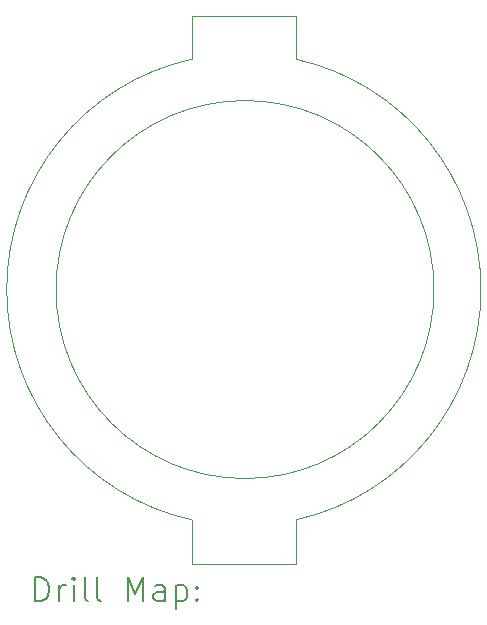
<source format=gbr>
%TF.GenerationSoftware,KiCad,Pcbnew,7.0.2-6a45011f42~172~ubuntu22.04.1*%
%TF.CreationDate,2023-04-30T12:54:00-06:00*%
%TF.ProjectId,ring-40mm,72696e67-2d34-4306-9d6d-2e6b69636164,rev?*%
%TF.SameCoordinates,Original*%
%TF.FileFunction,Drillmap*%
%TF.FilePolarity,Positive*%
%FSLAX45Y45*%
G04 Gerber Fmt 4.5, Leading zero omitted, Abs format (unit mm)*
G04 Created by KiCad (PCBNEW 7.0.2-6a45011f42~172~ubuntu22.04.1) date 2023-04-30 12:54:00*
%MOMM*%
%LPD*%
G01*
G04 APERTURE LIST*
%ADD10C,0.100000*%
%ADD11C,0.200000*%
G04 APERTURE END LIST*
D10*
X9550000Y-8050000D02*
G75*
G03*
X9550000Y-11950000I428903J-1950000D01*
G01*
X10430000Y-12320000D02*
X9550000Y-12320000D01*
X10430000Y-11950000D02*
X10430000Y-12320000D01*
X10430000Y-7680000D02*
X9550000Y-7680000D01*
X10430000Y-11950000D02*
G75*
G03*
X10430000Y-8050000I-428903J1950000D01*
G01*
X9550000Y-7680000D02*
X9550000Y-8050000D01*
X10430000Y-8050000D02*
X10430000Y-7680000D01*
X9550000Y-12320000D02*
X9550000Y-11950000D01*
X11600000Y-10000000D02*
G75*
G03*
X11600000Y-10000000I-1600000J0D01*
G01*
D11*
X8224910Y-12637524D02*
X8224910Y-12437524D01*
X8224910Y-12437524D02*
X8272529Y-12437524D01*
X8272529Y-12437524D02*
X8301101Y-12447048D01*
X8301101Y-12447048D02*
X8320148Y-12466095D01*
X8320148Y-12466095D02*
X8329672Y-12485143D01*
X8329672Y-12485143D02*
X8339196Y-12523238D01*
X8339196Y-12523238D02*
X8339196Y-12551809D01*
X8339196Y-12551809D02*
X8329672Y-12589905D01*
X8329672Y-12589905D02*
X8320148Y-12608952D01*
X8320148Y-12608952D02*
X8301101Y-12628000D01*
X8301101Y-12628000D02*
X8272529Y-12637524D01*
X8272529Y-12637524D02*
X8224910Y-12637524D01*
X8424910Y-12637524D02*
X8424910Y-12504190D01*
X8424910Y-12542286D02*
X8434434Y-12523238D01*
X8434434Y-12523238D02*
X8443958Y-12513714D01*
X8443958Y-12513714D02*
X8463006Y-12504190D01*
X8463006Y-12504190D02*
X8482053Y-12504190D01*
X8548720Y-12637524D02*
X8548720Y-12504190D01*
X8548720Y-12437524D02*
X8539196Y-12447048D01*
X8539196Y-12447048D02*
X8548720Y-12456571D01*
X8548720Y-12456571D02*
X8558244Y-12447048D01*
X8558244Y-12447048D02*
X8548720Y-12437524D01*
X8548720Y-12437524D02*
X8548720Y-12456571D01*
X8672529Y-12637524D02*
X8653482Y-12628000D01*
X8653482Y-12628000D02*
X8643958Y-12608952D01*
X8643958Y-12608952D02*
X8643958Y-12437524D01*
X8777291Y-12637524D02*
X8758244Y-12628000D01*
X8758244Y-12628000D02*
X8748720Y-12608952D01*
X8748720Y-12608952D02*
X8748720Y-12437524D01*
X9005863Y-12637524D02*
X9005863Y-12437524D01*
X9005863Y-12437524D02*
X9072530Y-12580381D01*
X9072530Y-12580381D02*
X9139196Y-12437524D01*
X9139196Y-12437524D02*
X9139196Y-12637524D01*
X9320149Y-12637524D02*
X9320149Y-12532762D01*
X9320149Y-12532762D02*
X9310625Y-12513714D01*
X9310625Y-12513714D02*
X9291577Y-12504190D01*
X9291577Y-12504190D02*
X9253482Y-12504190D01*
X9253482Y-12504190D02*
X9234434Y-12513714D01*
X9320149Y-12628000D02*
X9301101Y-12637524D01*
X9301101Y-12637524D02*
X9253482Y-12637524D01*
X9253482Y-12637524D02*
X9234434Y-12628000D01*
X9234434Y-12628000D02*
X9224910Y-12608952D01*
X9224910Y-12608952D02*
X9224910Y-12589905D01*
X9224910Y-12589905D02*
X9234434Y-12570857D01*
X9234434Y-12570857D02*
X9253482Y-12561333D01*
X9253482Y-12561333D02*
X9301101Y-12561333D01*
X9301101Y-12561333D02*
X9320149Y-12551809D01*
X9415387Y-12504190D02*
X9415387Y-12704190D01*
X9415387Y-12513714D02*
X9434434Y-12504190D01*
X9434434Y-12504190D02*
X9472530Y-12504190D01*
X9472530Y-12504190D02*
X9491577Y-12513714D01*
X9491577Y-12513714D02*
X9501101Y-12523238D01*
X9501101Y-12523238D02*
X9510625Y-12542286D01*
X9510625Y-12542286D02*
X9510625Y-12599428D01*
X9510625Y-12599428D02*
X9501101Y-12618476D01*
X9501101Y-12618476D02*
X9491577Y-12628000D01*
X9491577Y-12628000D02*
X9472530Y-12637524D01*
X9472530Y-12637524D02*
X9434434Y-12637524D01*
X9434434Y-12637524D02*
X9415387Y-12628000D01*
X9596339Y-12618476D02*
X9605863Y-12628000D01*
X9605863Y-12628000D02*
X9596339Y-12637524D01*
X9596339Y-12637524D02*
X9586815Y-12628000D01*
X9586815Y-12628000D02*
X9596339Y-12618476D01*
X9596339Y-12618476D02*
X9596339Y-12637524D01*
X9596339Y-12513714D02*
X9605863Y-12523238D01*
X9605863Y-12523238D02*
X9596339Y-12532762D01*
X9596339Y-12532762D02*
X9586815Y-12523238D01*
X9586815Y-12523238D02*
X9596339Y-12513714D01*
X9596339Y-12513714D02*
X9596339Y-12532762D01*
M02*

</source>
